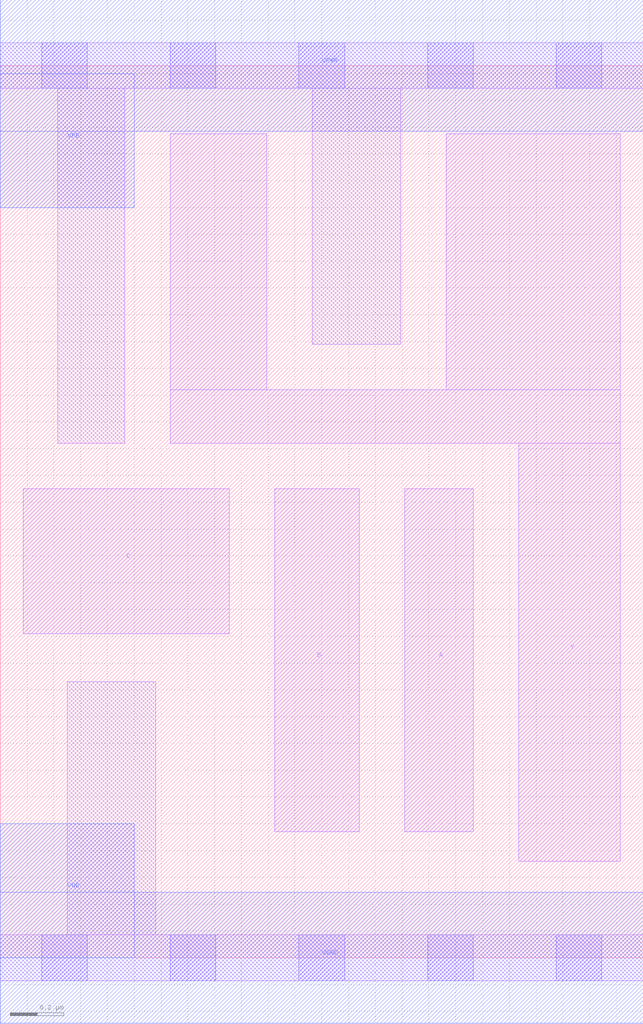
<source format=lef>
# Copyright 2020 The SkyWater PDK Authors
#
# Licensed under the Apache License, Version 2.0 (the "License");
# you may not use this file except in compliance with the License.
# You may obtain a copy of the License at
#
#     https://www.apache.org/licenses/LICENSE-2.0
#
# Unless required by applicable law or agreed to in writing, software
# distributed under the License is distributed on an "AS IS" BASIS,
# WITHOUT WARRANTIES OR CONDITIONS OF ANY KIND, either express or implied.
# See the License for the specific language governing permissions and
# limitations under the License.
#
# SPDX-License-Identifier: Apache-2.0

VERSION 5.5 ;
NAMESCASESENSITIVE ON ;
BUSBITCHARS "[]" ;
DIVIDERCHAR "/" ;
MACRO sky130_fd_sc_lp__nand3_1
  CLASS CORE ;
  SOURCE USER ;
  ORIGIN  0.000000  0.000000 ;
  SIZE  2.400000 BY  3.330000 ;
  SYMMETRY X Y R90 ;
  SITE unit ;
  PIN A
    ANTENNAGATEAREA  0.315000 ;
    DIRECTION INPUT ;
    USE SIGNAL ;
    PORT
      LAYER li1 ;
        RECT 1.510000 0.470000 1.765000 1.750000 ;
    END
  END A
  PIN B
    ANTENNAGATEAREA  0.315000 ;
    DIRECTION INPUT ;
    USE SIGNAL ;
    PORT
      LAYER li1 ;
        RECT 1.025000 0.470000 1.340000 1.750000 ;
    END
  END B
  PIN C
    ANTENNAGATEAREA  0.315000 ;
    DIRECTION INPUT ;
    USE SIGNAL ;
    PORT
      LAYER li1 ;
        RECT 0.085000 1.210000 0.855000 1.750000 ;
    END
  END C
  PIN Y
    ANTENNADIFFAREA  1.115100 ;
    DIRECTION OUTPUT ;
    USE SIGNAL ;
    PORT
      LAYER li1 ;
        RECT 0.635000 1.920000 2.315000 2.120000 ;
        RECT 0.635000 2.120000 0.995000 3.075000 ;
        RECT 1.665000 2.120000 2.315000 3.075000 ;
        RECT 1.935000 0.360000 2.315000 1.920000 ;
    END
  END Y
  PIN VGND
    DIRECTION INOUT ;
    USE GROUND ;
    PORT
      LAYER met1 ;
        RECT 0.000000 -0.245000 2.400000 0.245000 ;
    END
  END VGND
  PIN VNB
    DIRECTION INOUT ;
    USE GROUND ;
    PORT
    END
  END VNB
  PIN VPB
    DIRECTION INOUT ;
    USE POWER ;
    PORT
    END
  END VPB
  PIN VNB
    DIRECTION INOUT ;
    USE GROUND ;
    PORT
      LAYER met1 ;
        RECT 0.000000 0.000000 0.500000 0.500000 ;
    END
  END VNB
  PIN VPB
    DIRECTION INOUT ;
    USE POWER ;
    PORT
      LAYER met1 ;
        RECT 0.000000 2.800000 0.500000 3.300000 ;
    END
  END VPB
  PIN VPWR
    DIRECTION INOUT ;
    USE POWER ;
    PORT
      LAYER met1 ;
        RECT 0.000000 3.085000 2.400000 3.575000 ;
    END
  END VPWR
  OBS
    LAYER li1 ;
      RECT 0.000000 -0.085000 2.400000 0.085000 ;
      RECT 0.000000  3.245000 2.400000 3.415000 ;
      RECT 0.215000  1.920000 0.465000 3.245000 ;
      RECT 0.250000  0.085000 0.580000 1.030000 ;
      RECT 1.165000  2.290000 1.495000 3.245000 ;
    LAYER mcon ;
      RECT 0.155000 -0.085000 0.325000 0.085000 ;
      RECT 0.155000  3.245000 0.325000 3.415000 ;
      RECT 0.635000 -0.085000 0.805000 0.085000 ;
      RECT 0.635000  3.245000 0.805000 3.415000 ;
      RECT 1.115000 -0.085000 1.285000 0.085000 ;
      RECT 1.115000  3.245000 1.285000 3.415000 ;
      RECT 1.595000 -0.085000 1.765000 0.085000 ;
      RECT 1.595000  3.245000 1.765000 3.415000 ;
      RECT 2.075000 -0.085000 2.245000 0.085000 ;
      RECT 2.075000  3.245000 2.245000 3.415000 ;
  END
END sky130_fd_sc_lp__nand3_1
END LIBRARY

</source>
